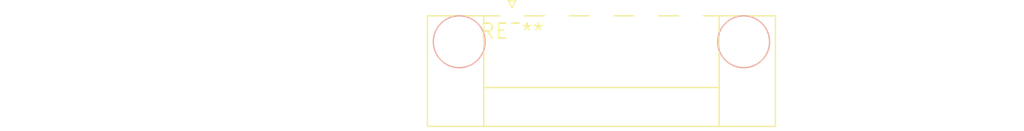
<source format=kicad_pcb>
(kicad_pcb (version 20240108) (generator pcbnew)
  (layers (0 "F.Cu" signal) (31 "B.Cu" signal) (34 "B.Paste" user) (35 "F.Paste" user) (36 "B.SilkS" user "B.Silkscreen") (37 "F.SilkS" user "F.Silkscreen") (38 "B.Mask" user) (39 "F.Mask" user) (44 "Edge.Cuts" user))
  (net 0 "")
  (footprint "PhoenixContact_MC_1,5_5-GF-3.81_1x05_P3.81mm_Horizontal_ThreadedFlange_MountHole" (layer "F.Cu") (at 0 0)
    (property "Reference" "REF**")
    (property "Value" "PhoenixContact_MC_1,5_5-GF-3.81_1x05_P3.81mm_Horizontal_ThreadedFlange_MountHole")
    (fp_circle (center -4.5 0.9) (end -2.29 0.9) (layer "B.SilkS") (stroke (width 0.12)) (fill none))
    (fp_circle (center 19.74 0.9) (end 21.95 0.9) (layer "B.SilkS") (stroke (width 0.12)) (fill none))
    (fp_line (start -7.21 -1.31) (end -7.21 8.11) (layer "F.SilkS") (stroke (width 0.12)))
    (fp_line (start -7.21 -1.31) (end -1.05 -1.31) (layer "F.SilkS") (stroke (width 0.12)))
    (fp_line (start -7.21 8.11) (end 22.45 8.11) (layer "F.SilkS") (stroke (width 0.12)))
    (fp_line (start -2.41 -1.31) (end -2.41 8.11) (layer "F.SilkS") (stroke (width 0.12)))
    (fp_line (start -2.41 4.8) (end 17.65 4.8) (layer "F.SilkS") (stroke (width 0.12)))
    (fp_line (start -0.3 -2.6) (end 0.3 -2.6) (layer "F.SilkS") (stroke (width 0.12)))
    (fp_line (start 0 -2) (end -0.3 -2.6) (layer "F.SilkS") (stroke (width 0.12)))
    (fp_line (start 0.3 -2.6) (end 0 -2) (layer "F.SilkS") (stroke (width 0.12)))
    (fp_line (start 1.05 -1.31) (end 2.76 -1.31) (layer "F.SilkS") (stroke (width 0.12)))
    (fp_line (start 4.86 -1.31) (end 6.57 -1.31) (layer "F.SilkS") (stroke (width 0.12)))
    (fp_line (start 8.67 -1.31) (end 10.38 -1.31) (layer "F.SilkS") (stroke (width 0.12)))
    (fp_line (start 12.48 -1.31) (end 14.19 -1.31) (layer "F.SilkS") (stroke (width 0.12)))
    (fp_line (start 17.65 -1.31) (end 17.65 8.11) (layer "F.SilkS") (stroke (width 0.12)))
    (fp_line (start 22.45 -1.31) (end 16.29 -1.31) (layer "F.SilkS") (stroke (width 0.12)))
    (fp_line (start 22.45 8.11) (end 22.45 -1.31) (layer "F.SilkS") (stroke (width 0.12)))
    (pad "" np_thru_hole circle (at -4.5 0.9) (size 2.4 2.4) (drill 2.4) (layers *.Cu *.Mask))
    (pad "" np_thru_hole circle (at 19.74 0.9) (size 2.4 2.4) (drill 2.4) (layers *.Cu *.Mask))
    (pad "1" thru_hole roundrect (at 0 0) (size 1.8 3.6) (drill 1.2) (layers *.Cu *.Mask) (remove_unused_layers) (roundrect_rratio 0.138889))
    (pad "2" thru_hole oval (at 3.81 0) (size 1.8 3.6) (drill 1.2) (layers *.Cu *.Mask) (remove_unused_layers))
    (pad "3" thru_hole oval (at 7.62 0) (size 1.8 3.6) (drill 1.2) (layers *.Cu *.Mask) (remove_unused_layers))
    (pad "4" thru_hole oval (at 11.43 0) (size 1.8 3.6) (drill 1.2) (layers *.Cu *.Mask) (remove_unused_layers))
    (pad "5" thru_hole oval (at 15.24 0) (size 1.8 3.6) (drill 1.2) (layers *.Cu *.Mask) (remove_unused_layers))
  )
)
</source>
